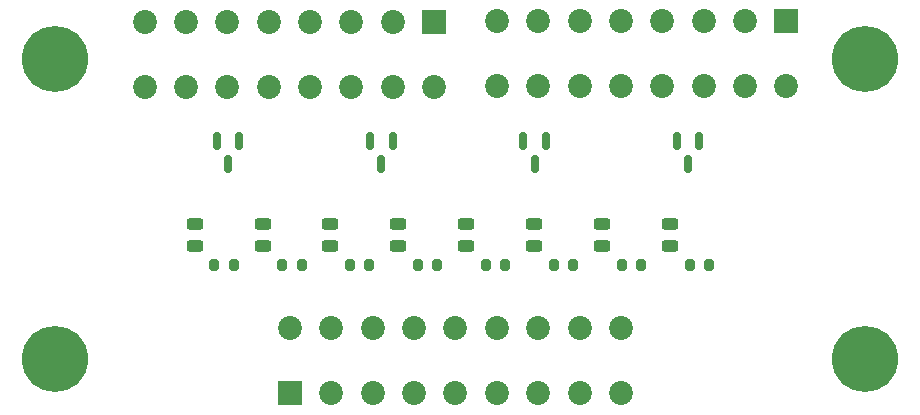
<source format=gts>
G04 #@! TF.GenerationSoftware,KiCad,Pcbnew,7.0.7*
G04 #@! TF.CreationDate,2023-09-05T00:06:28-07:00*
G04 #@! TF.ProjectId,Solenoid Board Ground Systems V1.1,536f6c65-6e6f-4696-9420-426f61726420,rev?*
G04 #@! TF.SameCoordinates,Original*
G04 #@! TF.FileFunction,Soldermask,Top*
G04 #@! TF.FilePolarity,Negative*
%FSLAX46Y46*%
G04 Gerber Fmt 4.6, Leading zero omitted, Abs format (unit mm)*
G04 Created by KiCad (PCBNEW 7.0.7) date 2023-09-05 00:06:28*
%MOMM*%
%LPD*%
G01*
G04 APERTURE LIST*
G04 Aperture macros list*
%AMRoundRect*
0 Rectangle with rounded corners*
0 $1 Rounding radius*
0 $2 $3 $4 $5 $6 $7 $8 $9 X,Y pos of 4 corners*
0 Add a 4 corners polygon primitive as box body*
4,1,4,$2,$3,$4,$5,$6,$7,$8,$9,$2,$3,0*
0 Add four circle primitives for the rounded corners*
1,1,$1+$1,$2,$3*
1,1,$1+$1,$4,$5*
1,1,$1+$1,$6,$7*
1,1,$1+$1,$8,$9*
0 Add four rect primitives between the rounded corners*
20,1,$1+$1,$2,$3,$4,$5,0*
20,1,$1+$1,$4,$5,$6,$7,0*
20,1,$1+$1,$6,$7,$8,$9,0*
20,1,$1+$1,$8,$9,$2,$3,0*%
G04 Aperture macros list end*
%ADD10R,2.025000X2.025000*%
%ADD11C,2.025000*%
%ADD12RoundRect,0.243750X-0.456250X0.243750X-0.456250X-0.243750X0.456250X-0.243750X0.456250X0.243750X0*%
%ADD13RoundRect,0.200000X-0.200000X-0.275000X0.200000X-0.275000X0.200000X0.275000X-0.200000X0.275000X0*%
%ADD14C,3.600000*%
%ADD15C,5.600000*%
%ADD16RoundRect,0.150000X-0.150000X0.587500X-0.150000X-0.587500X0.150000X-0.587500X0.150000X0.587500X0*%
G04 APERTURE END LIST*
D10*
X61310000Y-28610000D03*
D11*
X61310000Y-34110000D03*
X57810000Y-28610000D03*
X57810000Y-34110000D03*
X54310000Y-28610000D03*
X54310000Y-34110000D03*
X50810000Y-28610000D03*
X50810000Y-34110000D03*
X47310000Y-28610000D03*
X47310000Y-34110000D03*
X43810000Y-28610000D03*
X43810000Y-34110000D03*
X40310000Y-28610000D03*
X40310000Y-34110000D03*
X36810000Y-28610000D03*
X36810000Y-34110000D03*
D12*
X81304287Y-45752500D03*
X81304287Y-47627500D03*
D13*
X77200713Y-49180000D03*
X78850713Y-49180000D03*
D14*
X97790000Y-31750000D03*
D15*
X97790000Y-31750000D03*
D13*
X42679287Y-49180000D03*
X44329287Y-49180000D03*
D14*
X29210000Y-31750000D03*
D15*
X29210000Y-31750000D03*
D13*
X71447142Y-49180000D03*
X73097142Y-49180000D03*
D16*
X57786666Y-38742500D03*
X55886666Y-38742500D03*
X56836666Y-40617500D03*
D10*
X91120000Y-28570000D03*
D11*
X91120000Y-34070000D03*
X87620000Y-28570000D03*
X87620000Y-34070000D03*
X84120000Y-28570000D03*
X84120000Y-34070000D03*
X80620000Y-28570000D03*
X80620000Y-34070000D03*
X77120000Y-28570000D03*
X77120000Y-34070000D03*
X73620000Y-28570000D03*
X73620000Y-34070000D03*
X70120000Y-28570000D03*
X70120000Y-34070000D03*
X66620000Y-28570000D03*
X66620000Y-34070000D03*
D13*
X54186429Y-49180000D03*
X55836429Y-49180000D03*
D16*
X70773332Y-38742500D03*
X68873332Y-38742500D03*
X69823332Y-40617500D03*
D12*
X75550713Y-45752500D03*
X75550713Y-47627500D03*
D13*
X59940000Y-49180000D03*
X61590000Y-49180000D03*
D16*
X44800000Y-38742500D03*
X42900000Y-38742500D03*
X43850000Y-40617500D03*
D12*
X69797142Y-45752500D03*
X69797142Y-47627500D03*
X52536429Y-45752500D03*
X52536429Y-47627500D03*
D13*
X82954287Y-49180000D03*
X84604287Y-49180000D03*
D16*
X83760000Y-38742500D03*
X81860000Y-38742500D03*
X82810000Y-40617500D03*
D13*
X65693571Y-49180000D03*
X67343571Y-49180000D03*
D14*
X29210000Y-57150000D03*
D15*
X29210000Y-57150000D03*
D12*
X41029287Y-45752500D03*
X41029287Y-47627500D03*
X64043571Y-45752500D03*
X64043571Y-47627500D03*
X58290000Y-45752500D03*
X58290000Y-47627500D03*
D14*
X97790000Y-57150000D03*
D15*
X97790000Y-57150000D03*
D10*
X49120000Y-60060000D03*
D11*
X49120000Y-54560000D03*
X52620000Y-60060000D03*
X52620000Y-54560000D03*
X56120000Y-60060000D03*
X56120000Y-54560000D03*
X59620000Y-60060000D03*
X59620000Y-54560000D03*
X63120000Y-60060000D03*
X63120000Y-54560000D03*
X66620000Y-60060000D03*
X66620000Y-54560000D03*
X70120000Y-60060000D03*
X70120000Y-54560000D03*
X73620000Y-60060000D03*
X73620000Y-54560000D03*
X77120000Y-60060000D03*
X77120000Y-54560000D03*
D13*
X48432858Y-49180000D03*
X50082858Y-49180000D03*
D12*
X46782858Y-45752500D03*
X46782858Y-47627500D03*
M02*

</source>
